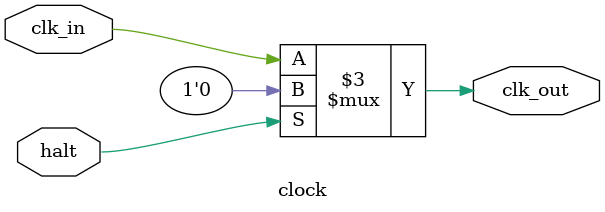
<source format=v>

module clock(	input halt,
					input clk_in,
					output reg clk_out);
					
	always @(*) begin
	
		if (halt)
			clk_out = 1'b0;
		
		else
			clk_out = clk_in;
	end
	

endmodule
					
</source>
